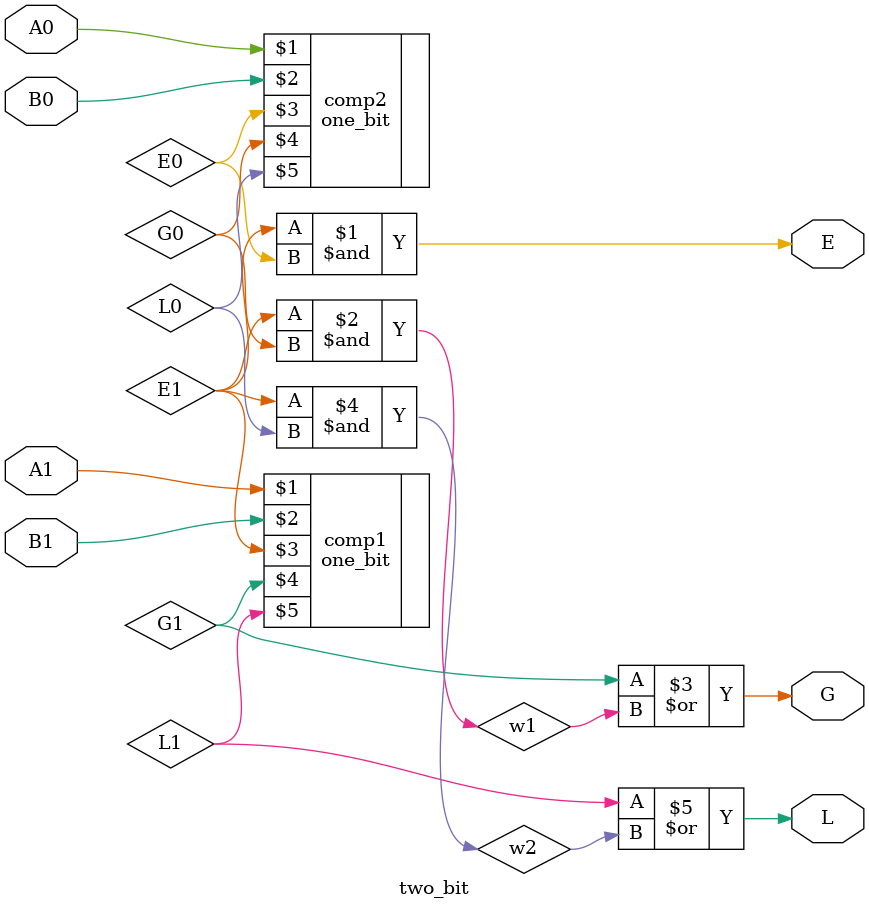
<source format=v>
`timescale 1ns / 1ps
module two_bit(
input A1,A0,B1,B0,
output E,G,L
);
wire w1,w2,E1,G1,L1,E0,G0,L0;
one_bit comp1(A1,B1,E1,G1,L1);
one_bit comp2(A0,B0,E0,G0,L0);
and(E,E1,E0);
and(w1,E1,G0);
or(G,G1,w1);
and(w2,E1,L0);
or(L,L1,w2);
endmodule

</source>
